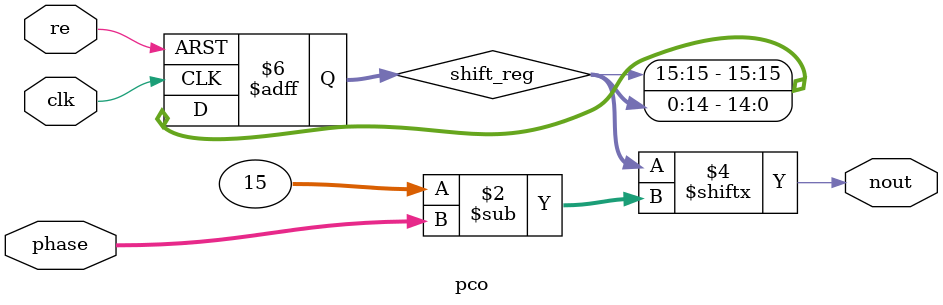
<source format=v>
`timescale 1ns/1ps
module pco (
    input wire clk,         // System clock
    input wire re,       // Reset signal
    input wire [3:0] phase, // 4-bit phase selector
    output nout);
    reg [0:15] shift_reg = 16'b1111111100000000;
    // 16-stage shift register representing a full oscillation cycle
    
always @(posedge clk or posedge re) begin
            if (re) begin
                shift_reg <= 16'hff00; // Reset to initial waveform
            end else begin
                shift_reg <= {shift_reg[15],shift_reg[0:14]}; // Circular shift
            end
        end
    
        assign nout=shift_reg[phase];

endmodule
</source>
